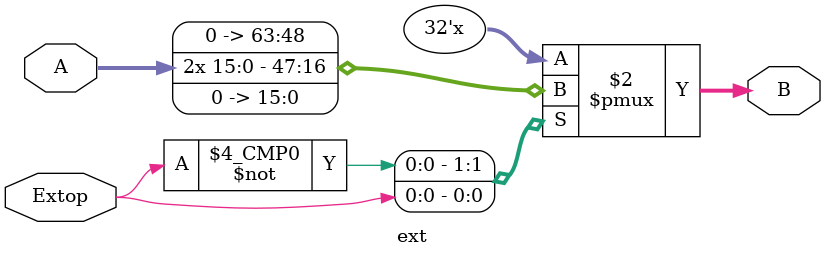
<source format=v>
module ext(
	input wire [15:0] A,
	input wire Extop,
	output reg [31:0] B
);
	parameter _={16{1'b0}};
	always @(*)
	begin
		case(Extop)
			0:B={_,A};
			1:B={A,_};
		endcase
		$display("ext: %d %d",A,B);
	end
endmodule
</source>
